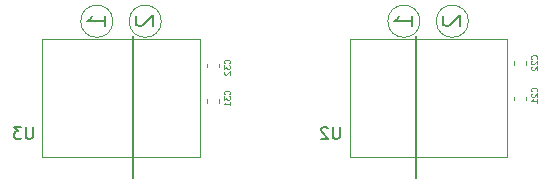
<source format=gbr>
%TF.GenerationSoftware,KiCad,Pcbnew,6.0.10-86aedd382b~118~ubuntu22.04.1*%
%TF.CreationDate,2023-03-14T18:26:24-07:00*%
%TF.ProjectId,pressure-spi-3,70726573-7375-4726-952d-7370692d332e,rev?*%
%TF.SameCoordinates,Original*%
%TF.FileFunction,Legend,Bot*%
%TF.FilePolarity,Positive*%
%FSLAX46Y46*%
G04 Gerber Fmt 4.6, Leading zero omitted, Abs format (unit mm)*
G04 Created by KiCad (PCBNEW 6.0.10-86aedd382b~118~ubuntu22.04.1) date 2023-03-14 18:26:24*
%MOMM*%
%LPD*%
G01*
G04 APERTURE LIST*
%ADD10C,0.150000*%
%ADD11C,0.125000*%
%ADD12C,0.120000*%
G04 APERTURE END LIST*
D10*
X12000000Y0D02*
X12000000Y-12000000D01*
X-12000000Y0D02*
X-12000000Y-12000000D01*
D11*
%TO.C,C31*%
X-3821428Y-4928571D02*
X-3797619Y-4904761D01*
X-3773809Y-4833333D01*
X-3773809Y-4785714D01*
X-3797619Y-4714285D01*
X-3845238Y-4666666D01*
X-3892857Y-4642857D01*
X-3988095Y-4619047D01*
X-4059523Y-4619047D01*
X-4154761Y-4642857D01*
X-4202380Y-4666666D01*
X-4250000Y-4714285D01*
X-4273809Y-4785714D01*
X-4273809Y-4833333D01*
X-4250000Y-4904761D01*
X-4226190Y-4928571D01*
X-4273809Y-5095238D02*
X-4273809Y-5404761D01*
X-4083333Y-5238095D01*
X-4083333Y-5309523D01*
X-4059523Y-5357142D01*
X-4035714Y-5380952D01*
X-3988095Y-5404761D01*
X-3869047Y-5404761D01*
X-3821428Y-5380952D01*
X-3797619Y-5357142D01*
X-3773809Y-5309523D01*
X-3773809Y-5166666D01*
X-3797619Y-5119047D01*
X-3821428Y-5095238D01*
X-3773809Y-5880952D02*
X-3773809Y-5595238D01*
X-3773809Y-5738095D02*
X-4273809Y-5738095D01*
X-4202380Y-5690476D01*
X-4154761Y-5642857D01*
X-4130952Y-5595238D01*
%TO.C,C21*%
X22178571Y-4678571D02*
X22202380Y-4654761D01*
X22226190Y-4583333D01*
X22226190Y-4535714D01*
X22202380Y-4464285D01*
X22154761Y-4416666D01*
X22107142Y-4392857D01*
X22011904Y-4369047D01*
X21940476Y-4369047D01*
X21845238Y-4392857D01*
X21797619Y-4416666D01*
X21750000Y-4464285D01*
X21726190Y-4535714D01*
X21726190Y-4583333D01*
X21750000Y-4654761D01*
X21773809Y-4678571D01*
X21773809Y-4869047D02*
X21750000Y-4892857D01*
X21726190Y-4940476D01*
X21726190Y-5059523D01*
X21750000Y-5107142D01*
X21773809Y-5130952D01*
X21821428Y-5154761D01*
X21869047Y-5154761D01*
X21940476Y-5130952D01*
X22226190Y-4845238D01*
X22226190Y-5154761D01*
X22226190Y-5630952D02*
X22226190Y-5345238D01*
X22226190Y-5488095D02*
X21726190Y-5488095D01*
X21797619Y-5440476D01*
X21845238Y-5392857D01*
X21869047Y-5345238D01*
%TO.C,C32*%
X-3821428Y-2319151D02*
X-3797619Y-2295341D01*
X-3773809Y-2223913D01*
X-3773809Y-2176294D01*
X-3797619Y-2104865D01*
X-3845238Y-2057246D01*
X-3892857Y-2033437D01*
X-3988095Y-2009627D01*
X-4059523Y-2009627D01*
X-4154761Y-2033437D01*
X-4202380Y-2057246D01*
X-4250000Y-2104865D01*
X-4273809Y-2176294D01*
X-4273809Y-2223913D01*
X-4250000Y-2295341D01*
X-4226190Y-2319151D01*
X-4273809Y-2485818D02*
X-4273809Y-2795341D01*
X-4083333Y-2628675D01*
X-4083333Y-2700103D01*
X-4059523Y-2747722D01*
X-4035714Y-2771532D01*
X-3988095Y-2795341D01*
X-3869047Y-2795341D01*
X-3821428Y-2771532D01*
X-3797619Y-2747722D01*
X-3773809Y-2700103D01*
X-3773809Y-2557246D01*
X-3797619Y-2509627D01*
X-3821428Y-2485818D01*
X-4226190Y-2985818D02*
X-4250000Y-3009627D01*
X-4273809Y-3057246D01*
X-4273809Y-3176294D01*
X-4250000Y-3223913D01*
X-4226190Y-3247722D01*
X-4178571Y-3271532D01*
X-4130952Y-3271532D01*
X-4059523Y-3247722D01*
X-3773809Y-2962008D01*
X-3773809Y-3271532D01*
D10*
%TO.C,U2*%
X5511904Y-7702380D02*
X5511904Y-8511904D01*
X5464285Y-8607142D01*
X5416666Y-8654761D01*
X5321428Y-8702380D01*
X5130952Y-8702380D01*
X5035714Y-8654761D01*
X4988095Y-8607142D01*
X4940476Y-8511904D01*
X4940476Y-7702380D01*
X4511904Y-7797619D02*
X4464285Y-7750000D01*
X4369047Y-7702380D01*
X4130952Y-7702380D01*
X4035714Y-7750000D01*
X3988095Y-7797619D01*
X3940476Y-7892857D01*
X3940476Y-7988095D01*
X3988095Y-8130952D01*
X4559523Y-8702380D01*
X3940476Y-8702380D01*
X11628571Y821428D02*
X11628571Y1678571D01*
X11628571Y1250000D02*
X10128571Y1250000D01*
X10342857Y1392857D01*
X10485714Y1535714D01*
X10557142Y1678571D01*
X14371428Y1678571D02*
X14300000Y1607142D01*
X14228571Y1464285D01*
X14228571Y1107142D01*
X14300000Y964285D01*
X14371428Y892857D01*
X14514285Y821428D01*
X14657142Y821428D01*
X14871428Y892857D01*
X15728571Y1750000D01*
X15728571Y821428D01*
D11*
%TO.C,C22*%
X22178571Y-1928571D02*
X22202380Y-1904761D01*
X22226190Y-1833333D01*
X22226190Y-1785714D01*
X22202380Y-1714285D01*
X22154761Y-1666666D01*
X22107142Y-1642857D01*
X22011904Y-1619047D01*
X21940476Y-1619047D01*
X21845238Y-1642857D01*
X21797619Y-1666666D01*
X21750000Y-1714285D01*
X21726190Y-1785714D01*
X21726190Y-1833333D01*
X21750000Y-1904761D01*
X21773809Y-1928571D01*
X21773809Y-2119047D02*
X21750000Y-2142857D01*
X21726190Y-2190476D01*
X21726190Y-2309523D01*
X21750000Y-2357142D01*
X21773809Y-2380952D01*
X21821428Y-2404761D01*
X21869047Y-2404761D01*
X21940476Y-2380952D01*
X22226190Y-2095238D01*
X22226190Y-2404761D01*
X21773809Y-2595238D02*
X21750000Y-2619047D01*
X21726190Y-2666666D01*
X21726190Y-2785714D01*
X21750000Y-2833333D01*
X21773809Y-2857142D01*
X21821428Y-2880952D01*
X21869047Y-2880952D01*
X21940476Y-2857142D01*
X22226190Y-2571428D01*
X22226190Y-2880952D01*
D10*
%TO.C,U3*%
X-20488095Y-7702380D02*
X-20488095Y-8511904D01*
X-20535714Y-8607142D01*
X-20583333Y-8654761D01*
X-20678571Y-8702380D01*
X-20869047Y-8702380D01*
X-20964285Y-8654761D01*
X-21011904Y-8607142D01*
X-21059523Y-8511904D01*
X-21059523Y-7702380D01*
X-21440476Y-7702380D02*
X-22059523Y-7702380D01*
X-21726190Y-8083333D01*
X-21869047Y-8083333D01*
X-21964285Y-8130952D01*
X-22011904Y-8178571D01*
X-22059523Y-8273809D01*
X-22059523Y-8511904D01*
X-22011904Y-8607142D01*
X-21964285Y-8654761D01*
X-21869047Y-8702380D01*
X-21583333Y-8702380D01*
X-21488095Y-8654761D01*
X-21440476Y-8607142D01*
X-14371428Y821428D02*
X-14371428Y1678571D01*
X-14371428Y1250000D02*
X-15871428Y1250000D01*
X-15657142Y1392857D01*
X-15514285Y1535714D01*
X-15442857Y1678571D01*
X-11628571Y1678571D02*
X-11700000Y1607142D01*
X-11771428Y1464285D01*
X-11771428Y1107142D01*
X-11700000Y964285D01*
X-11628571Y892857D01*
X-11485714Y821428D01*
X-11342857Y821428D01*
X-11128571Y892857D01*
X-10271428Y1750000D01*
X-10271428Y821428D01*
D12*
%TO.C,C31*%
X-4740000Y-5359420D02*
X-4740000Y-5640580D01*
X-5760000Y-5359420D02*
X-5760000Y-5640580D01*
%TO.C,C21*%
X20240000Y-5134420D02*
X20240000Y-5415580D01*
X21260000Y-5134420D02*
X21260000Y-5415580D01*
%TO.C,C32*%
X-5760000Y-2640580D02*
X-5760000Y-2359420D01*
X-4740000Y-2640580D02*
X-4740000Y-2359420D01*
%TO.C,U2*%
X6350000Y-250000D02*
X19650000Y-250000D01*
X19650000Y-250000D02*
X19650000Y-10250000D01*
X19650000Y-10250000D02*
X6350000Y-10250000D01*
X6350000Y-10250000D02*
X6350000Y-250000D01*
X12311249Y1250000D02*
G75*
G03*
X12311249Y1250000I-1361249J0D01*
G01*
X16411249Y1250000D02*
G75*
G03*
X16411249Y1250000I-1361249J0D01*
G01*
%TO.C,C22*%
X20240000Y-2415580D02*
X20240000Y-2134420D01*
X21260000Y-2415580D02*
X21260000Y-2134420D01*
%TO.C,U3*%
X-19650000Y-250000D02*
X-6350000Y-250000D01*
X-6350000Y-250000D02*
X-6350000Y-10250000D01*
X-6350000Y-10250000D02*
X-19650000Y-10250000D01*
X-19650000Y-10250000D02*
X-19650000Y-250000D01*
X-13688751Y1250000D02*
G75*
G03*
X-13688751Y1250000I-1361249J0D01*
G01*
X-9588751Y1250000D02*
G75*
G03*
X-9588751Y1250000I-1361249J0D01*
G01*
%TD*%
M02*

</source>
